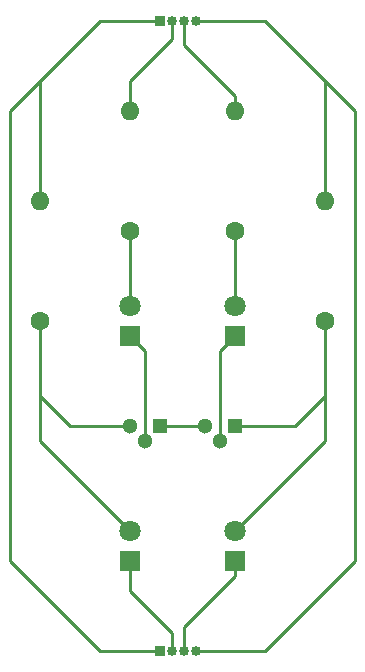
<source format=gbr>
%TF.GenerationSoftware,KiCad,Pcbnew,(5.1.10)-1*%
%TF.CreationDate,2021-11-19T11:23:01-05:00*%
%TF.ProjectId,N AND gate,4e20414e-4420-4676-9174-652e6b696361,rev?*%
%TF.SameCoordinates,Original*%
%TF.FileFunction,Copper,L1,Top*%
%TF.FilePolarity,Positive*%
%FSLAX46Y46*%
G04 Gerber Fmt 4.6, Leading zero omitted, Abs format (unit mm)*
G04 Created by KiCad (PCBNEW (5.1.10)-1) date 2021-11-19 11:23:01*
%MOMM*%
%LPD*%
G01*
G04 APERTURE LIST*
%TA.AperFunction,ComponentPad*%
%ADD10C,1.800000*%
%TD*%
%TA.AperFunction,ComponentPad*%
%ADD11R,1.800000X1.800000*%
%TD*%
%TA.AperFunction,ComponentPad*%
%ADD12O,0.850000X0.850000*%
%TD*%
%TA.AperFunction,ComponentPad*%
%ADD13R,0.850000X0.850000*%
%TD*%
%TA.AperFunction,ComponentPad*%
%ADD14O,1.600000X1.600000*%
%TD*%
%TA.AperFunction,ComponentPad*%
%ADD15C,1.600000*%
%TD*%
%TA.AperFunction,ComponentPad*%
%ADD16R,1.300000X1.300000*%
%TD*%
%TA.AperFunction,ComponentPad*%
%ADD17C,1.300000*%
%TD*%
%TA.AperFunction,Conductor*%
%ADD18C,0.250000*%
%TD*%
G04 APERTURE END LIST*
D10*
%TO.P,NAND LED,2*%
%TO.N,N/C*%
X176530000Y-106680000D03*
D11*
%TO.P,NAND LED,1*%
X176530000Y-109220000D03*
%TD*%
D10*
%TO.P,AND LED,2*%
%TO.N,N/C*%
X167640000Y-106680000D03*
D11*
%TO.P,AND LED,1*%
X167640000Y-109220000D03*
%TD*%
D12*
%TO.P,Output Header,4*%
%TO.N,N/C*%
X173180000Y-116840000D03*
%TO.P,Output Header,3*%
X172180000Y-116840000D03*
%TO.P,Output Header,2*%
X171180000Y-116840000D03*
D13*
%TO.P,Output Header,1*%
X170180000Y-116840000D03*
%TD*%
D12*
%TO.P,Input Header,4*%
%TO.N,N/C*%
X173180000Y-63500000D03*
%TO.P,Input Header,3*%
X172180000Y-63500000D03*
%TO.P,Input Header,2*%
X171180000Y-63500000D03*
D13*
%TO.P,Input Header,1*%
X170180000Y-63500000D03*
%TD*%
D14*
%TO.P,2.5k,2*%
%TO.N,N/C*%
X184150000Y-78740000D03*
D15*
%TO.P,2.5k,1*%
X184150000Y-88900000D03*
%TD*%
D14*
%TO.P,2.5k,2*%
%TO.N,N/C*%
X160020000Y-78740000D03*
D15*
%TO.P,2.5k,1*%
X160020000Y-88900000D03*
%TD*%
D14*
%TO.P,10k,2*%
%TO.N,N/C*%
X167640000Y-71120000D03*
D15*
%TO.P,10k,1*%
X167640000Y-81280000D03*
%TD*%
D14*
%TO.P,10k,2*%
%TO.N,N/C*%
X176530000Y-71120000D03*
D15*
%TO.P,10k,1*%
X176530000Y-81280000D03*
%TD*%
D10*
%TO.P,A LED,2*%
%TO.N,N/C*%
X167640000Y-87630000D03*
D11*
%TO.P,A LED,1*%
X167640000Y-90170000D03*
%TD*%
D10*
%TO.P,B LED,2*%
%TO.N,N/C*%
X176530000Y-87630000D03*
D11*
%TO.P,B LED,1*%
X176530000Y-90170000D03*
%TD*%
D16*
%TO.P,2N2222,1*%
%TO.N,N/C*%
X170180000Y-97790000D03*
D17*
%TO.P,2N2222,3*%
X167640000Y-97790000D03*
%TO.P,2N2222,2*%
X168910000Y-99060000D03*
%TD*%
D16*
%TO.P,2N2222,1*%
%TO.N,N/C*%
X176530000Y-97790000D03*
D17*
%TO.P,2N2222,3*%
X173990000Y-97790000D03*
%TO.P,2N2222,2*%
X175260000Y-99060000D03*
%TD*%
D18*
%TO.N,*%
X171180000Y-63500000D02*
X171180000Y-65040000D01*
X167640000Y-68580000D02*
X167640000Y-71120000D01*
X171180000Y-65040000D02*
X167640000Y-68580000D01*
X172180000Y-63500000D02*
X172180000Y-65500000D01*
X176530000Y-69850000D02*
X176530000Y-71120000D01*
X172180000Y-65500000D02*
X176530000Y-69850000D01*
X173180000Y-63500000D02*
X179070000Y-63500000D01*
X184150000Y-68580000D02*
X184150000Y-78740000D01*
X179070000Y-63500000D02*
X184150000Y-68580000D01*
X176530000Y-87630000D02*
X176530000Y-81280000D01*
X167640000Y-81280000D02*
X167640000Y-87630000D01*
X176530000Y-106680000D02*
X184150000Y-99060000D01*
X160020000Y-78740000D02*
X160020000Y-68580000D01*
X160020000Y-68580000D02*
X165100000Y-63500000D01*
X165100000Y-63500000D02*
X170180000Y-63500000D01*
X160020000Y-99060000D02*
X167640000Y-106680000D01*
X160020000Y-96520000D02*
X160020000Y-99060000D01*
X167640000Y-109220000D02*
X167640000Y-111760000D01*
X171180000Y-115300000D02*
X171180000Y-116840000D01*
X167640000Y-111760000D02*
X171180000Y-115300000D01*
X176530000Y-109220000D02*
X176530000Y-110490000D01*
X172180000Y-114840000D02*
X172180000Y-116840000D01*
X176530000Y-110490000D02*
X172180000Y-114840000D01*
X165100000Y-116840000D02*
X170180000Y-116840000D01*
X157480000Y-109220000D02*
X165100000Y-116840000D01*
X157480000Y-71120000D02*
X157480000Y-109220000D01*
X160020000Y-68580000D02*
X157480000Y-71120000D01*
X179070000Y-116840000D02*
X173180000Y-116840000D01*
X186690000Y-109220000D02*
X179070000Y-116840000D01*
X186690000Y-71120000D02*
X186690000Y-109220000D01*
X184150000Y-68580000D02*
X186690000Y-71120000D01*
X175260000Y-91440000D02*
X176530000Y-90170000D01*
X175260000Y-99060000D02*
X175260000Y-91440000D01*
X168910000Y-99060000D02*
X168910000Y-91440000D01*
X168910000Y-91440000D02*
X167640000Y-90170000D01*
X173990000Y-97790000D02*
X170180000Y-97790000D01*
X181610000Y-97790000D02*
X184150000Y-95250000D01*
X176530000Y-97790000D02*
X181610000Y-97790000D01*
X184150000Y-95250000D02*
X184150000Y-99060000D01*
X184150000Y-88900000D02*
X184150000Y-95250000D01*
X167640000Y-97790000D02*
X162560000Y-97790000D01*
X162560000Y-97790000D02*
X160020000Y-95250000D01*
X160020000Y-95250000D02*
X160020000Y-96520000D01*
X160020000Y-88900000D02*
X160020000Y-95250000D01*
%TD*%
M02*

</source>
